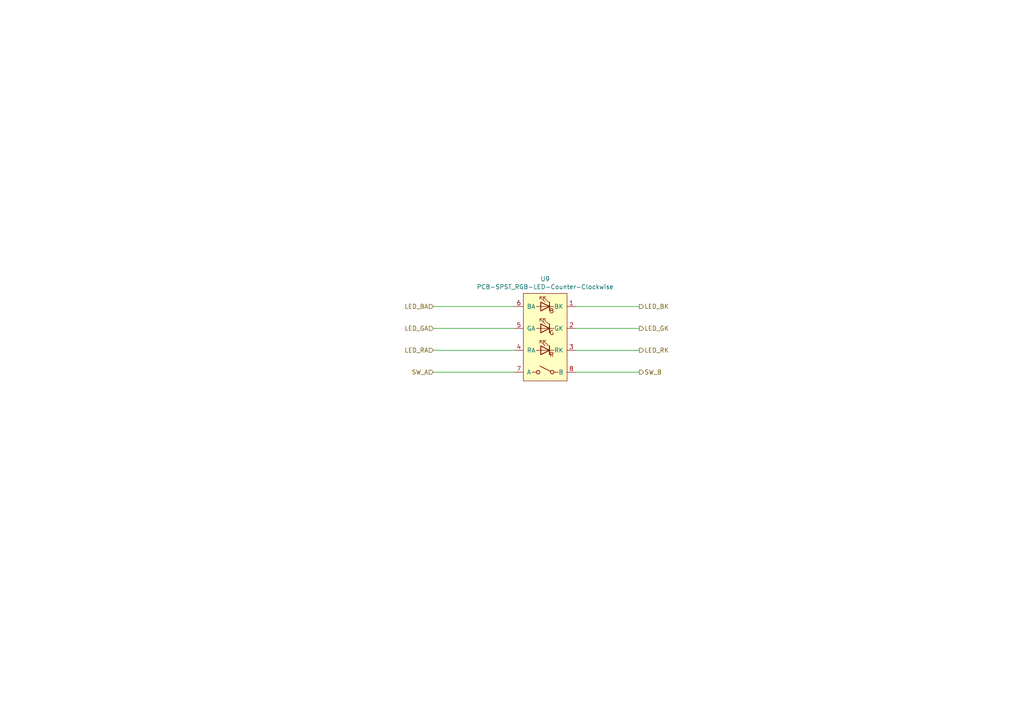
<source format=kicad_sch>
(kicad_sch (version 20211123) (generator eeschema)
  (paper "A4")
  (title_block (title "Combined RGB LED and SPST") (date "2021-06-05") (rev "B") (company "Created by C Sutton"))
  (lib_symbols
    (symbol "PCB_LED_SW:PCB-SPST_RGB-LED-Counter-Clockwise" (pin_names (offset 1.016))
      (property "Reference" "U" (at 0 16.51 0))
      (property "Value" "PCB-SPST_RGB-LED-Counter-Clockwise" (at 0 13.97 0))
      (symbol "PCB-SPST_RGB-LED-Counter-Clockwise_0_1"
        (rectangle (start -6.35 12.7) (end 6.35 -12.7) (fill (type background)))
        (rectangle (start -2.54 -10.16) (end -3.81 -10.16))
        (rectangle (start 2.54 -10.16) (end 3.81 -10.16))
        (rectangle (start 3.81 -10.16) (end 3.81 -10.16))
      )
      (symbol "PCB-SPST_RGB-LED-Counter-Clockwise_1_1"
        (circle (center -2.032 -10.16) (radius 0.508))
        (circle (center -2.032 -10.16) (radius 0.508))
        (polyline (pts (xy -1.524 -9.906) (xy 1.524 -8.382)))
        (polyline (pts (xy -1.524 -9.906) (xy 1.524 -8.382)))
        (polyline (pts (xy -1.27 -3.81) (xy -2.54 -3.81)))
        (polyline (pts (xy -1.27 -3.81) (xy 1.27 -3.81)))
        (polyline (pts (xy -1.27 -2.54) (xy -1.27 -5.08)) (stroke (width 0.254)))
        (polyline (pts (xy -1.27 2.54) (xy -2.54 2.54)))
        (polyline (pts (xy -1.27 3.81) (xy -1.27 1.27)) (stroke (width 0.254)))
        (polyline (pts (xy -1.27 8.89) (xy -2.54 8.89)))
        (polyline (pts (xy -1.27 8.89) (xy 1.27 8.89)))
        (polyline (pts (xy -1.27 10.16) (xy -1.27 7.62)) (stroke (width 0.254)))
        (polyline (pts (xy 1.27 -3.81) (xy 2.54 -3.81)))
        (polyline (pts (xy 1.27 2.54) (xy -1.27 2.54)))
        (polyline (pts (xy 1.27 2.54) (xy 2.54 2.54)))
        (polyline (pts (xy 1.27 8.89) (xy 2.54 8.89)))
        (polyline (pts (xy -1.27 -2.54) (xy -1.27 -5.08) (xy -1.27 -5.08)))
        (polyline (pts (xy -1.27 3.81) (xy -1.27 1.27) (xy -1.27 1.27)))
        (polyline (pts (xy 1.27 -2.54) (xy 1.27 -5.08) (xy -1.27 -3.81) (xy 1.27 -2.54)) (stroke (width 0.254)))
        (polyline (pts (xy 1.27 3.81) (xy 1.27 1.27) (xy -1.27 2.54) (xy 1.27 3.81)) (stroke (width 0.254)))
        (polyline (pts (xy 1.27 10.16) (xy 1.27 7.62) (xy -1.27 8.89) (xy 1.27 10.16)) (stroke (width 0.254)))
        (polyline (pts (xy -1.016 -2.54) (xy 0.508 -1.016) (xy -0.254 -1.016) (xy 0.508 -1.016) (xy 0.508 -1.778)))
        (polyline (pts (xy -1.016 3.81) (xy 0.508 5.334) (xy -0.254 5.334) (xy 0.508 5.334) (xy 0.508 4.572)))
        (polyline (pts (xy -1.016 10.16) (xy 0.508 11.684) (xy -0.254 11.684) (xy 0.508 11.684) (xy 0.508 10.922)))
        (polyline (pts (xy 0 -2.54) (xy 1.524 -1.016) (xy 0.762 -1.016) (xy 1.524 -1.016) (xy 1.524 -1.778)))
        (polyline (pts (xy 0 3.81) (xy 1.524 5.334) (xy 0.762 5.334) (xy 1.524 5.334) (xy 1.524 4.572)))
        (polyline (pts (xy 0 10.16) (xy 1.524 11.684) (xy 0.762 11.684) (xy 1.524 11.684) (xy 1.524 10.922)))
        (rectangle (start 1.27 -5.08) (end 1.27 -2.54))
        (rectangle (start 1.27 -2.54) (end 1.27 -2.54))
        (rectangle (start 1.27 1.27) (end 1.27 3.81))
        (rectangle (start 1.27 3.81) (end 1.27 3.81))
        (circle (center 2.032 -10.16) (radius 0.508))
        (circle (center 2.032 -10.16) (radius 0.508))
        (text "B" (at -1.905 7.62 0) (effects (font (size 1.27 1.27))))
        (text "G" (at -1.905 1.27 0) (effects (font (size 1.27 1.27))))
        (text "R" (at -1.905 -5.08 0) (effects (font (size 1.27 1.27))))
        (pin passive line (at -8.89 8.89 0) (length 2.54) (name "BK") (number "1"))
        (pin passive line (at -8.89 2.54 0) (length 2.54) (name "GK") (number "2"))
        (pin passive line (at -8.89 -3.81 0) (length 2.54) (name "RK") (number "3"))
        (pin passive line (at 8.89 -3.81 180) (length 2.54) (name "RA") (number "4"))
        (pin passive line (at 8.89 2.54 180) (length 2.54) (name "GA") (number "5"))
        (pin passive line (at 8.89 8.89 180) (length 2.54) (name "BA") (number "6"))
        (pin passive line (at 8.89 -10.16 180) (length 2.54) (name "A") (number "7"))
        (pin passive line (at -8.89 -10.16 0) (length 2.54) (name "B") (number "8"))
      )
    )
  )
  (wire (pts (xy 125.73 107.95) (xy 149.225 107.95)))
  (wire (pts (xy 167.005 95.25) (xy 185.42 95.25)))
  (wire (pts (xy 149.225 101.6) (xy 125.73 101.6)))
  (wire (pts (xy 149.225 88.9) (xy 125.73 88.9)))
  (wire (pts (xy 167.005 88.9) (xy 185.42 88.9)))
  (wire (pts (xy 167.005 107.95) (xy 185.42 107.95)))
  (wire (pts (xy 167.005 101.6) (xy 185.42 101.6)))
  (wire (pts (xy 149.225 95.25) (xy 125.73 95.25)))
  (hierarchical_label "LED_RK" (shape output) (at 185.42 101.6 0))
  (hierarchical_label "SW_A" (shape input) (at 125.73 107.95 180))
  (hierarchical_label "LED_RA" (shape input) (at 125.73 101.6 180))
  (hierarchical_label "LED_BK" (shape output) (at 185.42 88.9 0))
  (hierarchical_label "LED_GK" (shape output) (at 185.42 95.25 0))
  (hierarchical_label "SW_B" (shape output) (at 185.42 107.95 0))
  (hierarchical_label "LED_GA" (shape input) (at 125.73 95.25 180))
  (hierarchical_label "LED_BA" (shape input) (at 125.73 88.9 180))
  (symbol (lib_id "PCB_LED_SW:PCB-SPST_RGB-LED-Counter-Clockwise") (at 158.115 97.79 0) (mirror y)
    (property "Reference" "U9" (at 158.115 80.899 0))
    (property "Value" "PCB-SPST_RGB-LED-Counter-Clockwise" (at 158.115 83.2104 0))
    (property "Footprint" "PCB_SW_LED:Circular_3mm_10mm_Cree_PLLC6_CLY6D-FKC-CK1N1D1BB7D3D3" (effects hide))
    (property "Datasheet" "https://www.mouser.co.uk/datasheet/2/723/1321_CLY6D_FKC-2298229.pdf" (effects hide))
  )
)
</source>
